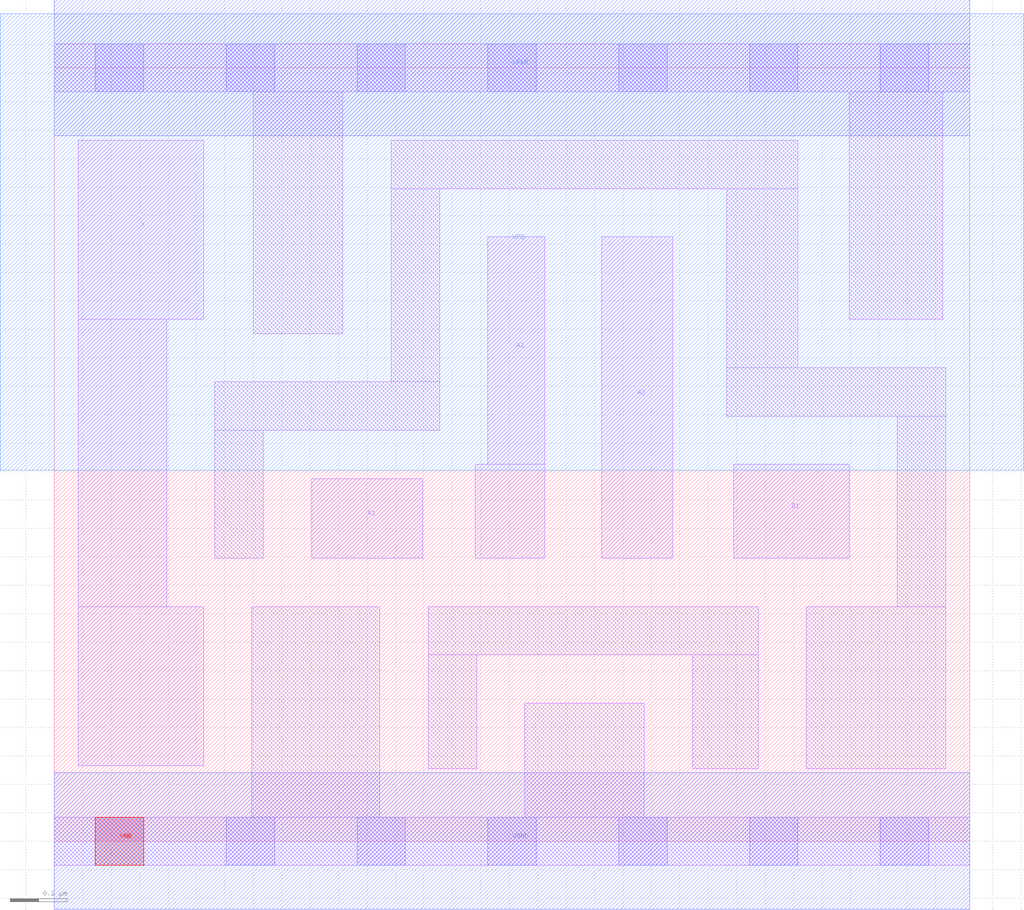
<source format=lef>
# Copyright 2020 The SkyWater PDK Authors
#
# Licensed under the Apache License, Version 2.0 (the "License");
# you may not use this file except in compliance with the License.
# You may obtain a copy of the License at
#
#     https://www.apache.org/licenses/LICENSE-2.0
#
# Unless required by applicable law or agreed to in writing, software
# distributed under the License is distributed on an "AS IS" BASIS,
# WITHOUT WARRANTIES OR CONDITIONS OF ANY KIND, either express or implied.
# See the License for the specific language governing permissions and
# limitations under the License.
#
# SPDX-License-Identifier: Apache-2.0

VERSION 5.7 ;
  NOWIREEXTENSIONATPIN ON ;
  DIVIDERCHAR "/" ;
  BUSBITCHARS "[]" ;
MACRO sky130_fd_sc_hd__o31a_1
  CLASS CORE ;
  FOREIGN sky130_fd_sc_hd__o31a_1 ;
  ORIGIN  0.000000  0.000000 ;
  SIZE  3.220000 BY  2.720000 ;
  SYMMETRY X Y R90 ;
  SITE unithd ;
  PIN A1
    ANTENNAGATEAREA  0.247500 ;
    DIRECTION INPUT ;
    USE SIGNAL ;
    PORT
      LAYER li1 ;
        RECT 0.905000 0.995000 1.295000 1.275000 ;
    END
  END A1
  PIN A2
    ANTENNAGATEAREA  0.247500 ;
    DIRECTION INPUT ;
    USE SIGNAL ;
    PORT
      LAYER li1 ;
        RECT 1.480000 0.995000 1.725000 1.325000 ;
        RECT 1.525000 1.325000 1.725000 2.125000 ;
    END
  END A2
  PIN A3
    ANTENNAGATEAREA  0.247500 ;
    DIRECTION INPUT ;
    USE SIGNAL ;
    PORT
      LAYER li1 ;
        RECT 1.925000 0.995000 2.175000 2.125000 ;
    END
  END A3
  PIN B1
    ANTENNAGATEAREA  0.247500 ;
    DIRECTION INPUT ;
    USE SIGNAL ;
    PORT
      LAYER li1 ;
        RECT 2.390000 0.995000 2.795000 1.325000 ;
    END
  END B1
  PIN VNB
    PORT
      LAYER pwell ;
        RECT 0.145000 -0.085000 0.315000 0.085000 ;
    END
  END VNB
  PIN VPB
    PORT
      LAYER nwell ;
        RECT -0.190000 1.305000 3.410000 2.910000 ;
    END
  END VPB
  PIN X
    ANTENNADIFFAREA  0.594000 ;
    DIRECTION OUTPUT ;
    USE SIGNAL ;
    PORT
      LAYER li1 ;
        RECT 0.085000 0.265000 0.525000 0.825000 ;
        RECT 0.085000 0.825000 0.395000 1.835000 ;
        RECT 0.085000 1.835000 0.525000 2.465000 ;
    END
  END X
  PIN VGND
    DIRECTION INOUT ;
    SHAPE ABUTMENT ;
    USE GROUND ;
    PORT
      LAYER met1 ;
        RECT 0.000000 -0.240000 3.220000 0.240000 ;
    END
  END VGND
  PIN VPWR
    DIRECTION INOUT ;
    SHAPE ABUTMENT ;
    USE POWER ;
    PORT
      LAYER met1 ;
        RECT 0.000000 2.480000 3.220000 2.960000 ;
    END
  END VPWR
  OBS
    LAYER li1 ;
      RECT 0.000000 -0.085000 3.220000 0.085000 ;
      RECT 0.000000  2.635000 3.220000 2.805000 ;
      RECT 0.565000  0.995000 0.735000 1.445000 ;
      RECT 0.565000  1.445000 1.355000 1.615000 ;
      RECT 0.695000  0.085000 1.145000 0.825000 ;
      RECT 0.700000  1.785000 1.015000 2.635000 ;
      RECT 1.185000  1.615000 1.355000 2.295000 ;
      RECT 1.185000  2.295000 2.615000 2.465000 ;
      RECT 1.315000  0.255000 1.485000 0.655000 ;
      RECT 1.315000  0.655000 2.475000 0.825000 ;
      RECT 1.655000  0.085000 2.075000 0.485000 ;
      RECT 2.245000  0.255000 2.475000 0.655000 ;
      RECT 2.365000  1.495000 3.135000 1.665000 ;
      RECT 2.365000  1.665000 2.615000 2.295000 ;
      RECT 2.645000  0.255000 3.135000 0.825000 ;
      RECT 2.795000  1.835000 3.125000 2.635000 ;
      RECT 2.965000  0.825000 3.135000 1.495000 ;
    LAYER mcon ;
      RECT 0.145000 -0.085000 0.315000 0.085000 ;
      RECT 0.145000  2.635000 0.315000 2.805000 ;
      RECT 0.605000 -0.085000 0.775000 0.085000 ;
      RECT 0.605000  2.635000 0.775000 2.805000 ;
      RECT 1.065000 -0.085000 1.235000 0.085000 ;
      RECT 1.065000  2.635000 1.235000 2.805000 ;
      RECT 1.525000 -0.085000 1.695000 0.085000 ;
      RECT 1.525000  2.635000 1.695000 2.805000 ;
      RECT 1.985000 -0.085000 2.155000 0.085000 ;
      RECT 1.985000  2.635000 2.155000 2.805000 ;
      RECT 2.445000 -0.085000 2.615000 0.085000 ;
      RECT 2.445000  2.635000 2.615000 2.805000 ;
      RECT 2.905000 -0.085000 3.075000 0.085000 ;
      RECT 2.905000  2.635000 3.075000 2.805000 ;
  END
END sky130_fd_sc_hd__o31a_1
END LIBRARY

</source>
